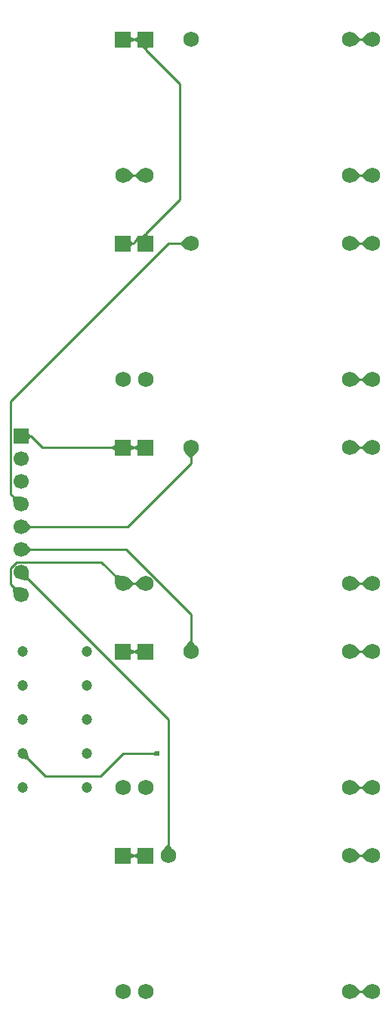
<source format=gbl>
G04 Layer: BottomLayer*
G04 EasyEDA v6.4.17, 2021-03-30T20:59:40--4:00*
G04 9c89494b3ddf4ec7811cb6ad7e81a00b,7d3a50bdc1ce4050a4f63d2f8b141863,10*
G04 Gerber Generator version 0.2*
G04 Scale: 100 percent, Rotated: No, Reflected: No *
G04 Dimensions in inches *
G04 leading zeros omitted , absolute positions ,3 integer and 6 decimal *
%FSLAX36Y36*%
%MOIN*%

%ADD10C,0.0100*%
%ADD11C,0.0240*%
%ADD12C,0.0472*%
%ADD14C,0.0689*%
%ADD15R,0.0669X0.0669*%
%ADD16C,0.0669*%

%LPD*%
G36*
X-268160Y551480D02*
G01*
X-293220Y526420D01*
X-272520Y523720D01*
X-265460Y530800D01*
G37*
G36*
X445000Y1046900D02*
G01*
X424159Y1022780D01*
X475840Y1022780D01*
X455000Y1046900D01*
G37*
G36*
X1227220Y1025840D02*
G01*
X1203100Y1005000D01*
X1203100Y995000D01*
X1227220Y974160D01*
G37*
G36*
X1172780Y1025840D02*
G01*
X1172780Y974160D01*
X1196900Y995000D01*
X1196900Y1005000D01*
G37*
G36*
X1227220Y425840D02*
G01*
X1203100Y405000D01*
X1203100Y395000D01*
X1227220Y374159D01*
G37*
G36*
X1172780Y425840D02*
G01*
X1172780Y374159D01*
X1196900Y395000D01*
X1196900Y405000D01*
G37*
G36*
X424159Y1877220D02*
G01*
X445000Y1853100D01*
X455000Y1853100D01*
X475840Y1877220D01*
G37*
G36*
X1227220Y1925840D02*
G01*
X1203100Y1905000D01*
X1203100Y1895000D01*
X1227220Y1874160D01*
G37*
G36*
X1172780Y1925840D02*
G01*
X1172780Y1874160D01*
X1196900Y1895000D01*
X1196900Y1905000D01*
G37*
G36*
X1227220Y1325840D02*
G01*
X1203100Y1305000D01*
X1203100Y1295000D01*
X1227220Y1274160D01*
G37*
G36*
X1172780Y1325840D02*
G01*
X1172780Y1274160D01*
X1196900Y1295000D01*
X1196900Y1305000D01*
G37*
G36*
X227220Y1325840D02*
G01*
X203100Y1305000D01*
X203100Y1295000D01*
X227220Y1274160D01*
G37*
G36*
X172780Y1325840D02*
G01*
X172780Y1274160D01*
X196900Y1295000D01*
X196900Y1305000D01*
G37*
G36*
X120380Y1336699D02*
G01*
X113300Y1329620D01*
X115620Y1297840D01*
X152160Y1334379D01*
G37*
G36*
X427220Y2825840D02*
G01*
X403100Y2805000D01*
X403100Y2795000D01*
X427220Y2774160D01*
G37*
G36*
X1227220Y2825840D02*
G01*
X1203100Y2805000D01*
X1203100Y2795000D01*
X1227220Y2774160D01*
G37*
G36*
X1172780Y2825840D02*
G01*
X1172780Y2774160D01*
X1196900Y2795000D01*
X1196900Y2805000D01*
G37*
G36*
X1227220Y2225840D02*
G01*
X1203100Y2205000D01*
X1203100Y2195000D01*
X1227220Y2174160D01*
G37*
G36*
X1172780Y2225840D02*
G01*
X1172780Y2174160D01*
X1196900Y2195000D01*
X1196900Y2205000D01*
G37*
G36*
X1227220Y3725840D02*
G01*
X1203100Y3705000D01*
X1203100Y3695000D01*
X1227220Y3674160D01*
G37*
G36*
X1172780Y3725840D02*
G01*
X1172780Y3674160D01*
X1196900Y3695000D01*
X1196900Y3705000D01*
G37*
G36*
X1227220Y3125840D02*
G01*
X1203100Y3105000D01*
X1203100Y3095000D01*
X1227220Y3074160D01*
G37*
G36*
X1172780Y3125840D02*
G01*
X1172780Y3074160D01*
X1196900Y3095000D01*
X1196900Y3105000D01*
G37*
G36*
X227220Y3125840D02*
G01*
X203100Y3105000D01*
X203100Y3095000D01*
X227220Y3074160D01*
G37*
G36*
X172780Y3125840D02*
G01*
X172780Y3074160D01*
X196900Y3095000D01*
X196900Y3105000D01*
G37*
G36*
X-328680Y1685760D02*
G01*
X-335760Y1678680D01*
X-333400Y1647900D01*
X-297900Y1683400D01*
G37*
G36*
X-277860Y1575100D02*
G01*
X-277860Y1524900D01*
X-254440Y1545000D01*
X-254440Y1555000D01*
G37*
G36*
X-277860Y1475100D02*
G01*
X-277860Y1424900D01*
X-254440Y1445000D01*
X-254440Y1455000D01*
G37*
G36*
X-266600Y1352100D02*
G01*
X-302100Y1316600D01*
X-271320Y1314240D01*
X-264240Y1321320D01*
G37*
G36*
X-328680Y1285760D02*
G01*
X-335760Y1278680D01*
X-333400Y1247900D01*
X-297900Y1283400D01*
G37*
G36*
X345000Y146900D02*
G01*
X324159Y122780D01*
X375840Y122780D01*
X355000Y146900D01*
G37*
G36*
X1227220Y125840D02*
G01*
X1203100Y105000D01*
X1203100Y95000D01*
X1227220Y74160D01*
G37*
G36*
X1172780Y125840D02*
G01*
X1172780Y74160D01*
X1196900Y95000D01*
X1196900Y105000D01*
G37*
G36*
X1227220Y-474159D02*
G01*
X1203100Y-495000D01*
X1203100Y-505000D01*
X1227220Y-525840D01*
G37*
G36*
X1172780Y-474159D02*
G01*
X1172780Y-525840D01*
X1196900Y-505000D01*
X1196900Y-495000D01*
G37*
G36*
X292060Y559000D02*
G01*
X283660Y555000D01*
X283660Y545000D01*
X292060Y541000D01*
G37*
G36*
X184440Y1012500D02*
G01*
X184440Y987500D01*
X199440Y995000D01*
X199440Y1005000D01*
G37*
G36*
X215560Y1012500D02*
G01*
X200560Y1005000D01*
X200560Y995000D01*
X215560Y987500D01*
G37*
G36*
X184440Y1912500D02*
G01*
X184440Y1887500D01*
X199440Y1895000D01*
X199440Y1905000D01*
G37*
G36*
X115559Y1912500D02*
G01*
X100559Y1905000D01*
X100559Y1895000D01*
X115559Y1887500D01*
G37*
G36*
X215560Y1912500D02*
G01*
X200560Y1905000D01*
X200560Y1895000D01*
X215560Y1887500D01*
G37*
G36*
X184440Y2812500D02*
G01*
X184440Y2787500D01*
X195500Y2795000D01*
X195500Y2805000D01*
G37*
G36*
X245000Y2845500D02*
G01*
X237500Y2834440D01*
X262500Y2834440D01*
X255000Y2845500D01*
G37*
G36*
X215560Y2832559D02*
G01*
X200560Y2812120D01*
X200560Y2797980D01*
X215560Y2807559D01*
G37*
G36*
X184440Y3712500D02*
G01*
X184440Y3687500D01*
X199440Y3695000D01*
X199440Y3705000D01*
G37*
G36*
X215560Y3712500D02*
G01*
X200560Y3705000D01*
X200560Y3695000D01*
X215560Y3687500D01*
G37*
G36*
X237500Y3665560D02*
G01*
X245000Y3654500D01*
X255000Y3654500D01*
X262500Y3665560D01*
G37*
G36*
X-266540Y1962500D02*
G01*
X-266540Y1937500D01*
X-255400Y1945000D01*
X-255400Y1955000D01*
G37*
G36*
X184440Y112500D02*
G01*
X184440Y87500D01*
X199440Y95000D01*
X199440Y105000D01*
G37*
G36*
X215560Y112500D02*
G01*
X200560Y105000D01*
X200560Y95000D01*
X215560Y87500D01*
G37*
D10*
X300000Y550000D02*
G01*
X150000Y550000D01*
X50000Y450000D01*
X-191729Y450000D01*
X-291729Y550000D01*
X-300000Y1650000D02*
G01*
X-344600Y1694600D01*
X-344600Y2105399D01*
X350000Y2800000D01*
X450000Y2800000D01*
X-300000Y1550000D02*
G01*
X170000Y1550000D01*
X450000Y1830000D01*
X450000Y1900000D01*
X-300000Y1450000D02*
G01*
X165799Y1450000D01*
X450000Y1165799D01*
X450000Y1000000D01*
X250000Y3654499D02*
G01*
X400000Y3504200D01*
X400000Y2995799D01*
X250000Y2845500D01*
X150000Y3100000D02*
G01*
X250000Y3100000D01*
X150000Y1300000D02*
G01*
X250000Y1300000D01*
X150000Y1300000D02*
G01*
X55100Y1394899D01*
X-319600Y1394899D01*
X-346500Y1368000D01*
X-346500Y1296500D01*
X-300000Y1250000D01*
X350000Y100000D02*
G01*
X350000Y700000D01*
X-300000Y1350000D01*
X250000Y100000D02*
G01*
X150000Y100000D01*
X250000Y3700000D02*
G01*
X150000Y3700000D01*
X250000Y3700000D02*
G01*
X250000Y3654499D01*
X250000Y2800000D02*
G01*
X250000Y2822800D01*
X250000Y2822800D02*
G01*
X250000Y2845500D01*
X250000Y2822800D02*
G01*
X218299Y2822800D01*
X195500Y2800000D01*
X150000Y2800000D02*
G01*
X195500Y2800000D01*
X250000Y1000000D02*
G01*
X150000Y1000000D01*
X250000Y1900000D02*
G01*
X150000Y1900000D01*
X150000Y1900000D02*
G01*
X-205399Y1900000D01*
X-255399Y1950000D01*
X-300000Y1950000D02*
G01*
X-255399Y1950000D01*
X1150000Y-500000D02*
G01*
X1250000Y-500000D01*
X1150000Y100000D02*
G01*
X1250000Y100000D01*
X1150000Y400000D02*
G01*
X1250000Y400000D01*
X1150000Y1000000D02*
G01*
X1250000Y1000000D01*
X1150000Y1300000D02*
G01*
X1250000Y1300000D01*
X1150000Y1900000D02*
G01*
X1250000Y1900000D01*
X1150000Y2200000D02*
G01*
X1250000Y2200000D01*
X1150000Y2800000D02*
G01*
X1250000Y2800000D01*
X1150000Y3700000D02*
G01*
X1250000Y3700000D01*
X1150000Y3100000D02*
G01*
X1250000Y3100000D01*
D12*
G01*
X-291729Y1000000D03*
G01*
X-8270Y1000000D03*
G01*
X-291729Y850000D03*
G01*
X-8270Y850000D03*
G01*
X-291729Y700000D03*
G01*
X-8270Y700000D03*
G01*
X-291729Y550000D03*
G01*
X-8270Y550000D03*
G01*
X-291729Y400000D03*
G01*
X-8270Y400000D03*
G36*
X115551Y1034448D02*
G01*
X184448Y1034448D01*
X184448Y965551D01*
X115551Y965551D01*
G37*
G36*
X215551Y1034448D02*
G01*
X284448Y1034448D01*
X284448Y965551D01*
X215551Y965551D01*
G37*
D14*
G01*
X450000Y1000000D03*
G01*
X1250000Y1000000D03*
G01*
X1150000Y1000000D03*
G01*
X1250000Y400000D03*
G01*
X1150000Y400000D03*
G01*
X250000Y400000D03*
G01*
X150000Y400000D03*
G36*
X115551Y1934448D02*
G01*
X184448Y1934448D01*
X184448Y1865551D01*
X115551Y1865551D01*
G37*
G36*
X215551Y1934448D02*
G01*
X284448Y1934448D01*
X284448Y1865551D01*
X215551Y1865551D01*
G37*
G01*
X450000Y1900000D03*
G01*
X1250000Y1900000D03*
G01*
X1150000Y1900000D03*
G01*
X1250000Y1300000D03*
G01*
X1150000Y1300000D03*
G01*
X250000Y1300000D03*
G01*
X150000Y1300000D03*
G36*
X115551Y2834448D02*
G01*
X184448Y2834448D01*
X184448Y2765551D01*
X115551Y2765551D01*
G37*
G36*
X215551Y2834448D02*
G01*
X284448Y2834448D01*
X284448Y2765551D01*
X215551Y2765551D01*
G37*
G01*
X450000Y2800000D03*
G01*
X1250000Y2800000D03*
G01*
X1150000Y2800000D03*
G01*
X1250000Y2200000D03*
G01*
X1150000Y2200000D03*
G01*
X250000Y2200000D03*
G01*
X150000Y2200000D03*
G36*
X115551Y3734448D02*
G01*
X184448Y3734448D01*
X184448Y3665551D01*
X115551Y3665551D01*
G37*
G36*
X215551Y3734448D02*
G01*
X284448Y3734448D01*
X284448Y3665551D01*
X215551Y3665551D01*
G37*
G01*
X450000Y3700000D03*
G01*
X1250000Y3700000D03*
G01*
X1150000Y3700000D03*
G01*
X1250000Y3100000D03*
G01*
X1150000Y3100000D03*
G01*
X250000Y3100000D03*
G01*
X150000Y3100000D03*
D15*
G01*
X-300000Y1950000D03*
D16*
G01*
X-300000Y1850000D03*
G01*
X-300000Y1750000D03*
G01*
X-300000Y1650000D03*
G01*
X-300000Y1550000D03*
G01*
X-300000Y1450000D03*
G01*
X-300000Y1350000D03*
G01*
X-300000Y1250000D03*
G36*
X115551Y134448D02*
G01*
X184448Y134448D01*
X184448Y65551D01*
X115551Y65551D01*
G37*
G36*
X215551Y134448D02*
G01*
X284448Y134448D01*
X284448Y65551D01*
X215551Y65551D01*
G37*
D14*
G01*
X350000Y100000D03*
G01*
X1250000Y100000D03*
G01*
X1150000Y100000D03*
G01*
X1250000Y-500000D03*
G01*
X1150000Y-500000D03*
G01*
X250000Y-500000D03*
G01*
X150000Y-500000D03*
D11*
G01*
X300000Y550000D03*
M02*

</source>
